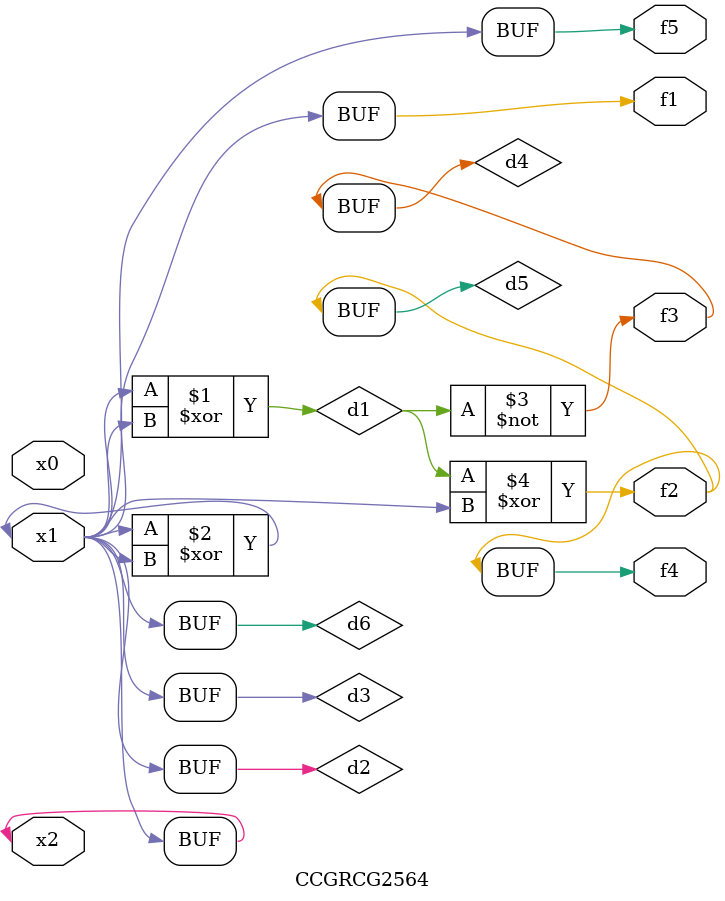
<source format=v>
module CCGRCG2564(
	input x0, x1, x2,
	output f1, f2, f3, f4, f5
);

	wire d1, d2, d3, d4, d5, d6;

	xor (d1, x1, x2);
	buf (d2, x1, x2);
	xor (d3, x1, x2);
	nor (d4, d1);
	xor (d5, d1, d2);
	buf (d6, d2, d3);
	assign f1 = d6;
	assign f2 = d5;
	assign f3 = d4;
	assign f4 = d5;
	assign f5 = d6;
endmodule

</source>
